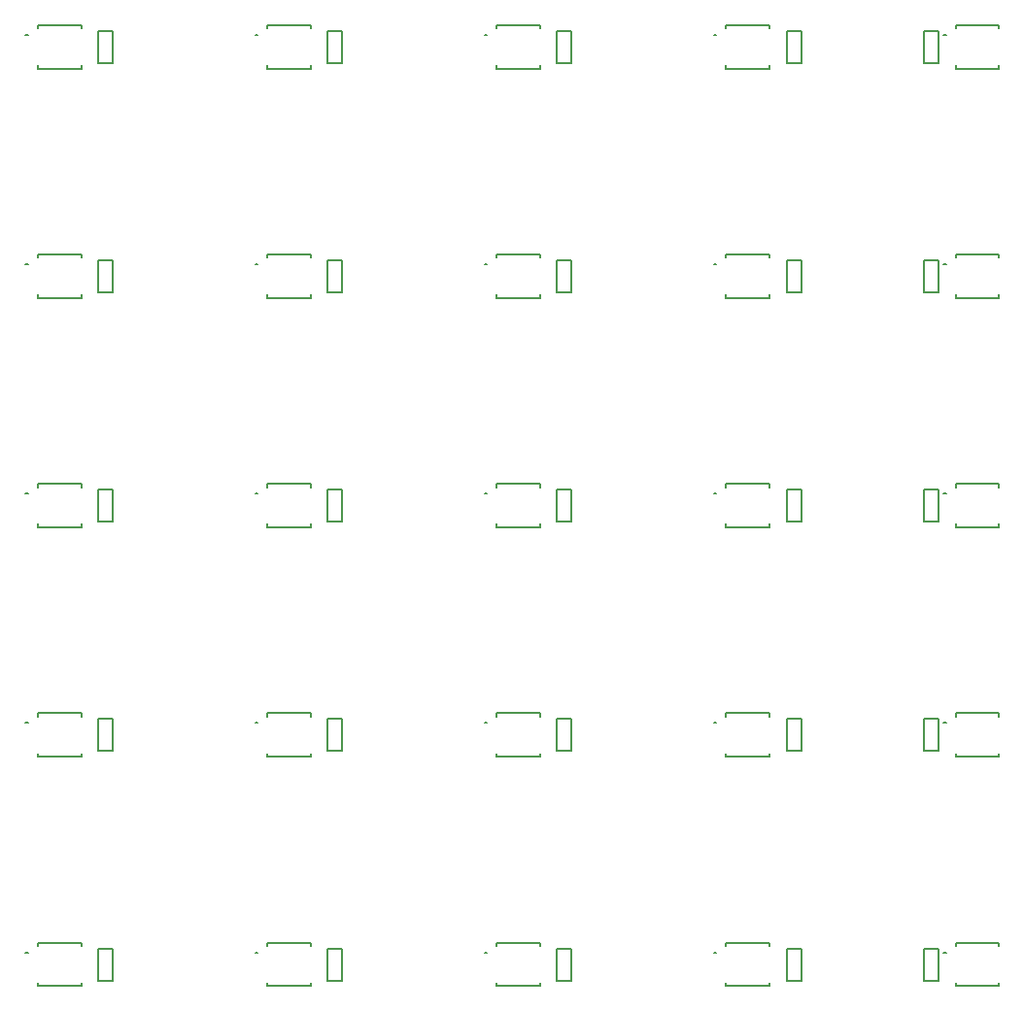
<source format=gto>
G04*
G04 #@! TF.GenerationSoftware,Altium Limited,Altium Designer,18.1.7 (191)*
G04*
G04 Layer_Color=65535*
%FSLAX25Y25*%
%MOIN*%
G70*
G01*
G75*
%ADD10C,0.00787*%
%ADD11C,0.00500*%
D10*
X343504Y358465D02*
X342717D01*
X343504D01*
X264764D02*
X263976D01*
X264764D01*
X186024D02*
X185236D01*
X186024D01*
X107283D02*
X106496D01*
X107283D01*
X28543D02*
X27756D01*
X28543D01*
Y279724D02*
X27756D01*
X28543D01*
X107283D02*
X106496D01*
X107283D01*
X186024D02*
X185236D01*
X186024D01*
X264764D02*
X263976D01*
X264764D01*
X343504D02*
X342717D01*
X343504D01*
Y200984D02*
X342717D01*
X343504D01*
X264764D02*
X263976D01*
X264764D01*
X186024D02*
X185236D01*
X186024D01*
X107283D02*
X106496D01*
X107283D01*
X28543D02*
X27756D01*
X28543D01*
Y122244D02*
X27756D01*
X28543D01*
X107283D02*
X106496D01*
X107283D01*
X186024D02*
X185236D01*
X186024D01*
X264764D02*
X263976D01*
X264764D01*
X343504D02*
X342717D01*
X343504D01*
Y43504D02*
X342717D01*
X343504D01*
X264764D02*
X263976D01*
X264764D01*
X186024D02*
X185236D01*
X186024D01*
X107283D02*
X106496D01*
X107283D01*
X28543D02*
X27756D01*
X28543D01*
D11*
X341083Y33870D02*
Y44870D01*
X336083Y33870D02*
Y44870D01*
X341083D01*
X336083Y33870D02*
X341083D01*
X293839D02*
Y44870D01*
X288839Y33870D02*
Y44870D01*
X293839D01*
X288839Y33870D02*
X293839D01*
X215098D02*
Y44870D01*
X210098Y33870D02*
Y44870D01*
X215098D01*
X210098Y33870D02*
X215098D01*
X136358D02*
Y44870D01*
X131358Y33870D02*
Y44870D01*
X136358D01*
X131358Y33870D02*
X136358D01*
X57618D02*
Y44870D01*
X52618Y33870D02*
Y44870D01*
X57618D01*
X52618Y33870D02*
X57618D01*
Y112610D02*
Y123610D01*
X52618Y112610D02*
Y123610D01*
X57618D01*
X52618Y112610D02*
X57618D01*
X136358D02*
Y123610D01*
X131358Y112610D02*
Y123610D01*
X136358D01*
X131358Y112610D02*
X136358D01*
X215098D02*
Y123610D01*
X210098Y112610D02*
Y123610D01*
X215098D01*
X210098Y112610D02*
X215098D01*
X293839D02*
Y123610D01*
X288839Y112610D02*
Y123610D01*
X293839D01*
X288839Y112610D02*
X293839D01*
X341083D02*
Y123610D01*
X336083Y112610D02*
Y123610D01*
X341083D01*
X336083Y112610D02*
X341083D01*
X57618Y191350D02*
Y202350D01*
X52618Y191350D02*
Y202350D01*
X57618D01*
X52618Y191350D02*
X57618D01*
X136358D02*
Y202350D01*
X131358Y191350D02*
Y202350D01*
X136358D01*
X131358Y191350D02*
X136358D01*
X215098D02*
Y202350D01*
X210098Y191350D02*
Y202350D01*
X215098D01*
X210098Y191350D02*
X215098D01*
X293839D02*
Y202350D01*
X288839Y191350D02*
Y202350D01*
X293839D01*
X288839Y191350D02*
X293839D01*
X341083D02*
Y202350D01*
X336083Y191350D02*
Y202350D01*
X341083D01*
X336083Y191350D02*
X341083D01*
X57618Y270091D02*
Y281090D01*
X52618Y270091D02*
Y281090D01*
X57618D01*
X52618Y270091D02*
X57618D01*
X136358D02*
Y281090D01*
X131358Y270091D02*
Y281090D01*
X136358D01*
X131358Y270091D02*
X136358D01*
X215098D02*
Y281090D01*
X210098Y270091D02*
Y281090D01*
X215098D01*
X210098Y270091D02*
X215098D01*
X293839D02*
Y281090D01*
X288839Y270091D02*
Y281090D01*
X293839D01*
X288839Y270091D02*
X293839D01*
X341083D02*
Y281090D01*
X336083Y270091D02*
Y281090D01*
X341083D01*
X336083Y270091D02*
X341083D01*
X336083Y348831D02*
Y359831D01*
X341083Y348831D02*
Y359831D01*
X336083Y348831D02*
X341083D01*
X336083Y359831D02*
X341083D01*
X288839Y348831D02*
Y359831D01*
X293839Y348831D02*
Y359831D01*
X288839Y348831D02*
X293839D01*
X288839Y359831D02*
X293839D01*
X210098Y348831D02*
Y359831D01*
X215098Y348831D02*
Y359831D01*
X210098Y348831D02*
X215098D01*
X210098Y359831D02*
X215098D01*
X131358Y348831D02*
Y359831D01*
X136358Y348831D02*
Y359831D01*
X131358Y348831D02*
X136358D01*
X131358Y359831D02*
X136358D01*
X57618Y348831D02*
Y359831D01*
X52618Y348831D02*
Y359831D01*
X57618D01*
X52618Y348831D02*
X57618D01*
X346850Y360630D02*
Y361811D01*
X361811D01*
Y360630D02*
Y361811D01*
X346850Y346850D02*
Y348031D01*
Y346850D02*
X361811D01*
Y348031D01*
X268110Y360630D02*
Y361811D01*
X283071D01*
Y360630D02*
Y361811D01*
X268110Y346850D02*
Y348031D01*
Y346850D02*
X283071D01*
Y348031D01*
X189370Y360630D02*
Y361811D01*
X204331D01*
Y360630D02*
Y361811D01*
X189370Y346850D02*
Y348031D01*
Y346850D02*
X204331D01*
Y348031D01*
X110630Y360630D02*
Y361811D01*
X125591D01*
Y360630D02*
Y361811D01*
X110630Y346850D02*
Y348031D01*
Y346850D02*
X125591D01*
Y348031D01*
X31890Y360630D02*
Y361811D01*
X46850D01*
Y360630D02*
Y361811D01*
X31890Y346850D02*
Y348031D01*
Y346850D02*
X46850D01*
Y348031D01*
X31890Y281890D02*
Y283071D01*
X46850D01*
Y281890D02*
Y283071D01*
X31890Y268110D02*
Y269291D01*
Y268110D02*
X46850D01*
Y269291D01*
X110630Y281890D02*
Y283071D01*
X125591D01*
Y281890D02*
Y283071D01*
X110630Y268110D02*
Y269291D01*
Y268110D02*
X125591D01*
Y269291D01*
X189370Y281890D02*
Y283071D01*
X204331D01*
Y281890D02*
Y283071D01*
X189370Y268110D02*
Y269291D01*
Y268110D02*
X204331D01*
Y269291D01*
X268110Y281890D02*
Y283071D01*
X283071D01*
Y281890D02*
Y283071D01*
X268110Y268110D02*
Y269291D01*
Y268110D02*
X283071D01*
Y269291D01*
X346850Y281890D02*
Y283071D01*
X361811D01*
Y281890D02*
Y283071D01*
X346850Y268110D02*
Y269291D01*
Y268110D02*
X361811D01*
Y269291D01*
X346850Y203150D02*
Y204331D01*
X361811D01*
Y203150D02*
Y204331D01*
X346850Y189370D02*
Y190551D01*
Y189370D02*
X361811D01*
Y190551D01*
X268110Y203150D02*
Y204331D01*
X283071D01*
Y203150D02*
Y204331D01*
X268110Y189370D02*
Y190551D01*
Y189370D02*
X283071D01*
Y190551D01*
X189370Y203150D02*
Y204331D01*
X204331D01*
Y203150D02*
Y204331D01*
X189370Y189370D02*
Y190551D01*
Y189370D02*
X204331D01*
Y190551D01*
X110630Y203150D02*
Y204331D01*
X125591D01*
Y203150D02*
Y204331D01*
X110630Y189370D02*
Y190551D01*
Y189370D02*
X125591D01*
Y190551D01*
X31890Y203150D02*
Y204331D01*
X46850D01*
Y203150D02*
Y204331D01*
X31890Y189370D02*
Y190551D01*
Y189370D02*
X46850D01*
Y190551D01*
X31890Y124409D02*
Y125591D01*
X46850D01*
Y124409D02*
Y125591D01*
X31890Y110630D02*
Y111811D01*
Y110630D02*
X46850D01*
Y111811D01*
X110630Y124409D02*
Y125591D01*
X125591D01*
Y124409D02*
Y125591D01*
X110630Y110630D02*
Y111811D01*
Y110630D02*
X125591D01*
Y111811D01*
X189370Y124409D02*
Y125591D01*
X204331D01*
Y124409D02*
Y125591D01*
X189370Y110630D02*
Y111811D01*
Y110630D02*
X204331D01*
Y111811D01*
X268110Y124409D02*
Y125591D01*
X283071D01*
Y124409D02*
Y125591D01*
X268110Y110630D02*
Y111811D01*
Y110630D02*
X283071D01*
Y111811D01*
X346850Y124409D02*
Y125591D01*
X361811D01*
Y124409D02*
Y125591D01*
X346850Y110630D02*
Y111811D01*
Y110630D02*
X361811D01*
Y111811D01*
X346850Y45669D02*
Y46850D01*
X361811D01*
Y45669D02*
Y46850D01*
X346850Y31890D02*
Y33071D01*
Y31890D02*
X361811D01*
Y33071D01*
X268110Y45669D02*
Y46850D01*
X283071D01*
Y45669D02*
Y46850D01*
X268110Y31890D02*
Y33071D01*
Y31890D02*
X283071D01*
Y33071D01*
X189370Y45669D02*
Y46850D01*
X204331D01*
Y45669D02*
Y46850D01*
X189370Y31890D02*
Y33071D01*
Y31890D02*
X204331D01*
Y33071D01*
X110630Y45669D02*
Y46850D01*
X125591D01*
Y45669D02*
Y46850D01*
X110630Y31890D02*
Y33071D01*
Y31890D02*
X125591D01*
Y33071D01*
X31890Y45669D02*
Y46850D01*
X46850D01*
Y45669D02*
Y46850D01*
X31890Y31890D02*
Y33071D01*
Y31890D02*
X46850D01*
Y33071D01*
M02*

</source>
